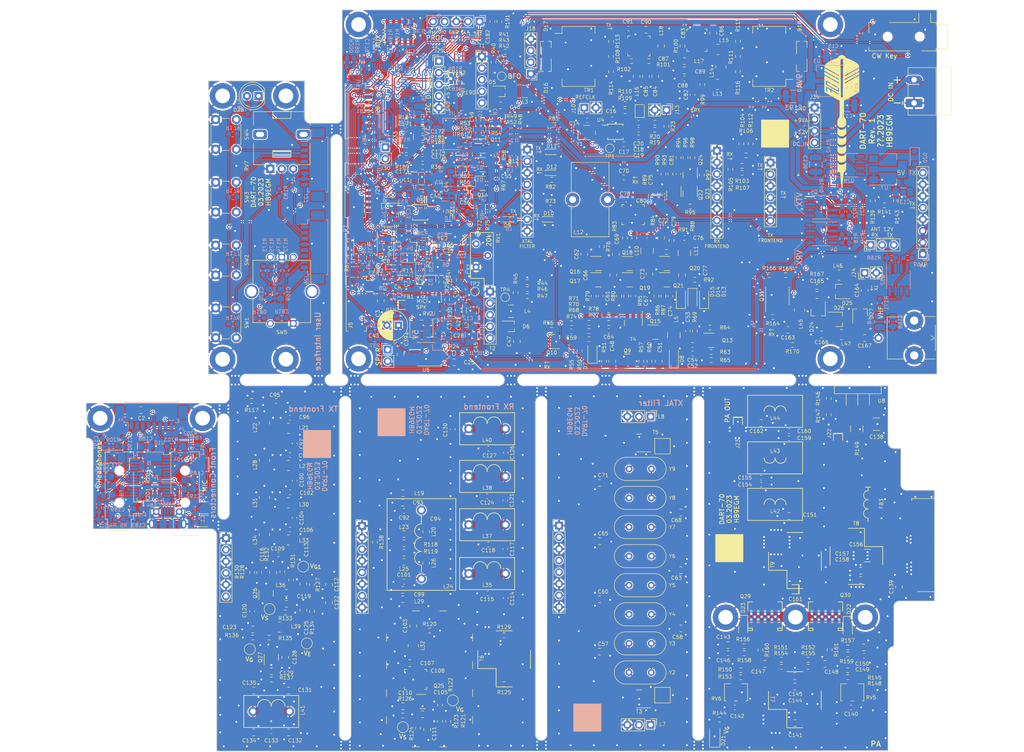
<source format=kicad_pcb>
(kicad_pcb (version 20221018) (generator pcbnew)

  (general
    (thickness 1.6)
  )

  (paper "A4")
  (title_block
    (title "DART-70 TRX")
    (date "2023-03-25")
    (rev "1")
    (company "HB9EGM")
  )

  (layers
    (0 "F.Cu" signal)
    (31 "B.Cu" signal)
    (32 "B.Adhes" user "B.Adhesive")
    (33 "F.Adhes" user "F.Adhesive")
    (34 "B.Paste" user)
    (35 "F.Paste" user)
    (36 "B.SilkS" user "B.Silkscreen")
    (37 "F.SilkS" user "F.Silkscreen")
    (38 "B.Mask" user)
    (39 "F.Mask" user)
    (40 "Dwgs.User" user "User.Drawings")
    (41 "Cmts.User" user "User.Comments")
    (42 "Eco1.User" user "User.Eco1")
    (43 "Eco2.User" user "User.Eco2")
    (44 "Edge.Cuts" user)
    (45 "Margin" user "Edge.Cuts.Setback")
    (46 "B.CrtYd" user "B.Courtyard")
    (47 "F.CrtYd" user "F.Courtyard")
    (48 "B.Fab" user)
    (49 "F.Fab" user)
    (50 "User.1" user "Milling")
    (51 "User.2" user)
    (52 "User.3" user)
    (53 "User.4" user)
    (54 "User.5" user)
    (55 "User.6" user)
    (56 "User.7" user)
    (57 "User.8" user)
    (58 "User.9" user)
  )

  (setup
    (stackup
      (layer "F.SilkS" (type "Top Silk Screen"))
      (layer "F.Paste" (type "Top Solder Paste"))
      (layer "F.Mask" (type "Top Solder Mask") (thickness 0.01))
      (layer "F.Cu" (type "copper") (thickness 0.035))
      (layer "dielectric 1" (type "core") (thickness 1.51) (material "FR4") (epsilon_r 4.5) (loss_tangent 0.02))
      (layer "B.Cu" (type "copper") (thickness 0.035))
      (layer "B.Mask" (type "Bottom Solder Mask") (thickness 0.01))
      (layer "B.Paste" (type "Bottom Solder Paste"))
      (layer "B.SilkS" (type "Bottom Silk Screen"))
      (copper_finish "None")
      (dielectric_constraints no)
    )
    (pad_to_mask_clearance 0)
    (pcbplotparams
      (layerselection 0x000d130_ffffffff)
      (plot_on_all_layers_selection 0x0000000_00000000)
      (disableapertmacros false)
      (usegerberextensions false)
      (usegerberattributes true)
      (usegerberadvancedattributes true)
      (creategerberjobfile true)
      (dashed_line_dash_ratio 12.000000)
      (dashed_line_gap_ratio 3.000000)
      (svgprecision 6)
      (plotframeref false)
      (viasonmask false)
      (mode 1)
      (useauxorigin false)
      (hpglpennumber 1)
      (hpglpenspeed 20)
      (hpglpendiameter 15.000000)
      (dxfpolygonmode true)
      (dxfimperialunits true)
      (dxfusepcbnewfont true)
      (psnegative false)
      (psa4output false)
      (plotreference true)
      (plotvalue true)
      (plotinvisibletext false)
      (sketchpadsonfab false)
      (subtractmaskfromsilk false)
      (outputformat 4)
      (mirror false)
      (drillshape 0)
      (scaleselection 1)
      (outputdirectory "out")
    )
  )

  (net 0 "")
  (net 1 "+12V")
  (net 2 "GND")
  (net 3 "Net-(C1-Pad1)")
  (net 4 "Net-(J4-Pin_7)")
  (net 5 "+9VA")
  (net 6 "/MIC")
  (net 7 "Net-(C6-Pad2)")
  (net 8 "+5VA")
  (net 9 "Net-(J4-Pin_5)")
  (net 10 "Net-(J5-Pin_3)")
  (net 11 "Net-(J5-Pin_2)")
  (net 12 "Net-(Q2-C)")
  (net 13 "Net-(D1-K)")
  (net 14 "Net-(D2-K)")
  (net 15 "/BFO")
  (net 16 "Net-(J10-In)")
  (net 17 "Net-(U4-XA)")
  (net 18 "Net-(U3-ADJ)")
  (net 19 "/Antenna Switch/TX")
  (net 20 "Net-(U4-CLK1)")
  (net 21 "Net-(C18-Pad2)")
  (net 22 "Net-(U4-CLK2)")
  (net 23 "Net-(U4-CLK0)")
  (net 24 "Net-(JP1-A)")
  (net 25 "Net-(Q6-B)")
  (net 26 "Net-(C22-Pad1)")
  (net 27 "Net-(U5-IN+)")
  (net 28 "Net-(U5-VCAIN)")
  (net 29 "Net-(U5-BUFOUT)")
  (net 30 "Net-(C21-Pad2)")
  (net 31 "Net-(C26-Pad1)")
  (net 32 "Net-(U6-VDD)")
  (net 33 "Net-(C26-Pad2)")
  (net 34 "Net-(C28-Pad1)")
  (net 35 "+VRX")
  (net 36 "Net-(U6-VIN)")
  (net 37 "Net-(Q6-C)")
  (net 38 "/Baseband/VAGC")
  (net 39 "Net-(D3-K)")
  (net 40 "Net-(Q7-C)")
  (net 41 "Net-(C29-Pad1)")
  (net 42 "Net-(D4-K)")
  (net 43 "Net-(C41-Pad2)")
  (net 44 "Net-(U5-AVG)")
  (net 45 "/Baseband/SPKR_OUT")
  (net 46 "Net-(Q7-B)")
  (net 47 "Net-(U6-BYPASS)")
  (net 48 "Net-(C40-Pad1)")
  (net 49 "Net-(U5-VOUT)")
  (net 50 "Net-(C46-Pad1)")
  (net 51 "Net-(C46-Pad2)")
  (net 52 "Net-(C47-Pad1)")
  (net 53 "Net-(C47-Pad2)")
  (net 54 "Net-(C48-Pad1)")
  (net 55 "Net-(J15-Pin_1)")
  (net 56 "Net-(T1-SC)")
  (net 57 "Net-(C49-Pad2)")
  (net 58 "Net-(C50-Pad1)")
  (net 59 "Net-(C42-Pad2)")
  (net 60 "Net-(T2-SC)")
  (net 61 "Net-(C53-Pad1)")
  (net 62 "Net-(D7-K)")
  (net 63 "Net-(Q11-B)")
  (net 64 "Net-(Q11-E)")
  (net 65 "Net-(D8-K)")
  (net 66 "Net-(Q13-E)")
  (net 67 "Net-(Q15-E)")
  (net 68 "Net-(C52-Pad2)")
  (net 69 "Net-(Q12-C)")
  (net 70 "Net-(C60-Pad2)")
  (net 71 "Net-(C56-Pad1)")
  (net 72 "Net-(C58-Pad2)")
  (net 73 "Net-(C63-Pad2)")
  (net 74 "Net-(Q14-E)")
  (net 75 "Net-(C59-Pad1)")
  (net 76 "Net-(C65-Pad2)")
  (net 77 "Net-(T3-PR2)")
  (net 78 "Net-(Q17-S)")
  (net 79 "Net-(Q16-B)")
  (net 80 "Net-(T4-PR2)")
  (net 81 "Net-(Q18-C)")
  (net 82 "Net-(Q17-G)")
  (net 83 "Net-(Q19-S)")
  (net 84 "Net-(Q18-B)")
  (net 85 "Net-(C72-Pad2)")
  (net 86 "Net-(D12-A)")
  (net 87 "Net-(Q22-E)")
  (net 88 "Net-(T5-PR2)")
  (net 89 "Net-(C68-Pad2)")
  (net 90 "Net-(C76-Pad2)")
  (net 91 "Net-(Q20-C)")
  (net 92 "Net-(Q19-G)")
  (net 93 "Net-(Q21-S)")
  (net 94 "Net-(C81-Pad1)")
  (net 95 "Net-(Q22-C)")
  (net 96 "Net-(Q21-G)")
  (net 97 "Net-(C82-Pad2)")
  (net 98 "Net-(Q20-B)")
  (net 99 "Net-(C77-Pad2)")
  (net 100 "Net-(Q24-E)")
  (net 101 "Net-(C87-Pad2)")
  (net 102 "Net-(C83-Pad1)")
  (net 103 "/70MHz VHF Frontend/VHF_RX")
  (net 104 "/70MHz VHF Frontend/TX_FROM_MIX")
  (net 105 "Net-(C84-Pad2)")
  (net 106 "Net-(C87-Pad1)")
  (net 107 "Net-(C88-Pad2)")
  (net 108 "Net-(C101-Pad2)")
  (net 109 "Net-(Q24-B)")
  (net 110 "Net-(C94-Pad1)")
  (net 111 "Net-(C95-Pad2)")
  (net 112 "Net-(C109-Pad2)")
  (net 113 "/70MHz VHF Frontend/+VTX_FE")
  (net 114 "Net-(TR2-RX-)")
  (net 115 "Net-(C103-Pad2)")
  (net 116 "Net-(C104-Pad1)")
  (net 117 "Net-(C114-Pad2)")
  (net 118 "Net-(J18-Pin_3)")
  (net 119 "Net-(Q25-G1)")
  (net 120 "Net-(Q25-G2)")
  (net 121 "Net-(Q25-S)")
  (net 122 "Net-(C121-Pad1)")
  (net 123 "Net-(C125-Pad2)")
  (net 124 "Net-(C126-Pad1)")
  (net 125 "Net-(C128-Pad1)")
  (net 126 "Net-(T6-AA)")
  (net 127 "Net-(T6-SB)")
  (net 128 "/70MHz VHF Frontend/RX_TO_MIX")
  (net 129 "/70MHz VHF Frontend/VHF_TX")
  (net 130 "Net-(C113-Pad2)")
  (net 131 "VGG1")
  (net 132 "Net-(Q26-G1)")
  (net 133 "Net-(Q26-S)")
  (net 134 "Net-(C117-Pad2)")
  (net 135 "Net-(Q26-D)")
  (net 136 "Net-(Q27-B)")
  (net 137 "Net-(Q27-C)")
  (net 138 "VGG2")
  (net 139 "+3V3")
  (net 140 "/PA 70MHz/VG_5V")
  (net 141 "Net-(Q27-E)")
  (net 142 "Net-(D20-A)")
  (net 143 "Net-(C159-Pad2)")
  (net 144 "/Control on separate board/ENC_B")
  (net 145 "/Control on separate board/ENC_A")
  (net 146 "/Control on separate board/3.3V_UI")
  (net 147 "Net-(J21-Pin_1)")
  (net 148 "Net-(C171-Pad1)")
  (net 149 "Net-(C172-Pad1)")
  (net 150 "Net-(C147-Pad1)")
  (net 151 "Net-(C148-Pad1)")
  (net 152 "Net-(T7-AB)")
  (net 153 "Net-(J21-Pin_5)")
  (net 154 "Net-(C154-Pad2)")
  (net 155 "Net-(T7-SB)")
  (net 156 "Net-(T7-SA)")
  (net 157 "Net-(T9-SB)")
  (net 158 "Net-(Q30-D)")
  (net 159 "Net-(Q29-D)")
  (net 160 "Net-(J23-In)")
  (net 161 "Net-(D24-K)")
  (net 162 "Net-(D25-A)")
  (net 163 "Net-(D24-A)")
  (net 164 "Net-(D26-K)")
  (net 165 "Net-(J26-Pin_7)")
  (net 166 "Net-(J26-Pin_6)")
  (net 167 "Net-(Q33-B)")
  (net 168 "Net-(U9-VDDA)")
  (net 169 "Net-(U10-VINL)")
  (net 170 "Net-(U10-VINR)")
  (net 171 "Net-(U10-VOUTL)")
  (net 172 "Net-(U10-VOUTR)")
  (net 173 "Net-(U10-VCOM)")
  (net 174 "Net-(T1-SA)")
  (net 175 "Net-(T1-SB)")
  (net 176 "Net-(T2-SA)")
  (net 177 "Net-(T2-SB)")
  (net 178 "Net-(D7-A)")
  (net 179 "/Control on separate board/STATUSn")
  (net 180 "Net-(D8-A)")
  (net 181 "Net-(D10-K)")
  (net 182 "Net-(D9-A)")
  (net 183 "Net-(D10-A)")
  (net 184 "Net-(C166-Pad1)")
  (net 185 "Net-(D11-K)")
  (net 186 "Net-(C168-Pad2)")
  (net 187 "Net-(D11-A)")
  (net 188 "Net-(D13-A)")
  (net 189 "/CW_RING")
  (net 190 "/CW_TIP")
  (net 191 "Net-(D14-A)")
  (net 192 "Net-(D15-A)")
  (net 193 "Net-(C174-Pad1)")
  (net 194 "/Baseband/SPKR_DET")
  (net 195 "Net-(TR1-RD+)")
  (net 196 "Net-(TR1-RD-)")
  (net 197 "Net-(TR1-TD-)")
  (net 198 "Net-(TR1-TD+)")
  (net 199 "Net-(TR2-RD+)")
  (net 200 "/Baseband/GPIO_XTAL")
  (net 201 "/EN_VRX")
  (net 202 "/EN_VTX")
  (net 203 "Net-(TR2-RD-)")
  (net 204 "/Baseband/CW_KEYn")
  (net 205 "/Baseband/CW_TONE")
  (net 206 "/MIC_PTT")
  (net 207 "/Baseband/SPKR_VOL")
  (net 208 "/MUTE_MICn")
  (net 209 "/SDA")
  (net 210 "/SCL")
  (net 211 "/S_METER")
  (net 212 "/Baseband/VHF_IN")
  (net 213 "/Baseband/VHF_OUT")
  (net 214 "/CLK1")
  (net 215 "Net-(TR2-TD-)")
  (net 216 "+VTX")
  (net 217 "Net-(TR2-TD+)")
  (net 218 "unconnected-(J2-PadNC)")
  (net 219 "unconnected-(J2-PadR1)")
  (net 220 "Net-(D20-K)")
  (net 221 "/Control on separate board/DISP_LAT")
  (net 222 "/Control on separate board/I2C2_SDA")
  (net 223 "/Control on separate board/I2C2_SCL")
  (net 224 "/Control on separate board/PC14")
  (net 225 "/Control on separate board/PC13")
  (net 226 "unconnected-(J2-PadTN)")
  (net 227 "/Control on separate board/USART1_TX")
  (net 228 "/Control on separate board/USART1_RX")
  (net 229 "/Control on separate board/PB15")
  (net 230 "/Control on separate board/SWCLK")
  (net 231 "/Control on separate board/SWDIO")
  (net 232 "/Control on separate board/RESETn")
  (net 233 "/LO1")
  (net 234 "Net-(L14-Pad1)")
  (net 235 "Net-(D21-A)")
  (net 236 "Net-(D22-A)")
  (net 237 "Net-(L21-Pad2)")
  (net 238 "Net-(L23-Pad2)")
  (net 239 "Net-(L25-Pad2)")
  (net 240 "Net-(D23-A)")
  (net 241 "unconnected-(D24-NC-Pad2)")
  (net 242 "unconnected-(J8-PadTN)")
  (net 243 "unconnected-(D25-NC-Pad2)")
  (net 244 "unconnected-(D26-NC-Pad2)")
  (net 245 "unconnected-(D27-NC-Pad2)")
  (net 246 "Net-(D28-K)")
  (net 247 "Net-(D28-A)")
  (net 248 "Net-(J6-Pin_2)")
  (net 249 "Net-(J22-Pin_2)")
  (net 250 "Net-(J4-Pin_6)")
  (net 251 "Net-(J4-Pin_3)")
  (net 252 "Net-(J4-Pin_2)")
  (net 253 "Net-(J5-Pin_4)")
  (net 254 "Net-(J15-Pin_2)")
  (net 255 "Net-(J17-Pin_2)")
  (net 256 "unconnected-(J17-Pin_4-Pad4)")
  (net 257 "unconnected-(J17-Pin_5-Pad5)")
  (net 258 "/70MHz VHF Frontend/+VRX_FE")
  (net 259 "Net-(J17-Pin_7)")
  (net 260 "Net-(J20-Pin_5)")
  (net 261 "Net-(J22-Pin_1)")
  (net 262 "Net-(J26-Pin_2)")
  (net 263 "Net-(J26-Pin_3)")
  (net 264 "Net-(J26-Pin_5)")
  (net 265 "Net-(L13-Pad1)")
  (net 266 "Net-(L18-Pad1)")
  (net 267 "Net-(L20-Pad2)")
  (net 268 "Net-(L30-Pad2)")
  (net 269 "Net-(L33-Pad2)")
  (net 270 "Net-(J27-Pin_2)")
  (net 271 "Net-(J27-Pin_3)")
  (net 272 "Net-(J27-Pin_4)")
  (net 273 "Net-(J27-Pin_5)")
  (net 274 "Net-(J33-VBUS)")
  (net 275 "Net-(J33-ID)")
  (net 276 "Net-(JP2-C)")
  (net 277 "Net-(Q1A-G)")
  (net 278 "/Control on separate board/BTN0")
  (net 279 "/Control on separate board/BTN1")
  (net 280 "/Control on separate board/BTN2")
  (net 281 "/Control on separate board/BTN3")
  (net 282 "Net-(Q1B-G)")
  (net 283 "/Control on separate board/ENC_BTN")
  (net 284 "/Control on separate board/XTAL1")
  (net 285 "/Control on separate board/XTAL2")
  (net 286 "/Control on separate board/PWM_CW")
  (net 287 "/Control on separate board/MUTE_SPKR")
  (net 288 "Net-(Q2-B)")
  (net 289 "/Control on separate board/BOOT0")
  (net 290 "/Control on separate board/BOOT1")
  (net 291 "Net-(Q3-B)")
  (net 292 "Net-(Q4B-G)")
  (net 293 "Net-(Q5B-G)")
  (net 294 "Net-(Q8-B)")
  (net 295 "Net-(Q9-B)")
  (net 296 "Net-(Q11-C)")
  (net 297 "Net-(Q12-E)")
  (net 298 "Net-(Q13-B)")
  (net 299 "Net-(Q13-C)")
  (net 300 "Net-(Q15-B)")
  (net 301 "/Antenna Switch/RX")
  (net 302 "Net-(Q16-E)")
  (net 303 "Net-(Q16-C)")
  (net 304 "Net-(L27-Pad2)")
  (net 305 "Net-(Q18-E)")
  (net 306 "Net-(Q20-E)")
  (net 307 "Net-(Q22-B)")
  (net 308 "Net-(Q23-B)")
  (net 309 "/Antenna Switch/ANT")
  (net 310 "/Antenna Switch/V_{PIN}")
  (net 311 "Net-(Q25-D)")
  (net 312 "Net-(Q26-G2)")
  (net 313 "/TX_to_PA")
  (net 314 "/Baseband/AGC_to_METER")
  (net 315 "Net-(Q28B-G)")
  (net 316 "/PA 70MHz/V_{DD}")
  (net 317 "Net-(Q29-G)")
  (net 318 "Net-(Q30-G)")
  (net 319 "Net-(Q31B-D-Pad5)")
  (net 320 "Net-(Q31A-D-Pad7)")
  (net 321 "Net-(Q32B-G)")
  (net 322 "Net-(Q32B-D-Pad5)")
  (net 323 "Net-(R40-Pad2)")
  (net 324 "Net-(R44-Pad1)")
  (net 325 "Net-(U5-GATE)")
  (net 326 "Net-(C148-Pad2)")
  (net 327 "Net-(U5-COMP)")
  (net 328 "Net-(U6-HPSense)")
  (net 329 "Net-(C147-Pad2)")
  (net 330 "Net-(T1-AB)")
  (net 331 "Net-(T2-AB)")
  (net 332 "Net-(R110-Pad1)")
  (net 333 "Net-(TR2-C_RD)")
  (net 334 "Net-(R121-Pad2)")
  (net 335 "/VOX_PTTn")
  (net 336 "Net-(TR1-TX-)")
  (net 337 "/EN_PA")
  (net 338 "Net-(TR2-TX-)")
  (net 339 "Net-(U8-ADJ)")
  (net 340 "Net-(R148-Pad1)")
  (net 341 "Net-(R153-Pad1)")
  (net 342 "Net-(R172-Pad1)")
  (net 343 "Net-(U9-PA11)")
  (net 344 "Net-(U9-PA12)")
  (net 345 "Net-(R173-Pad2)")
  (net 346 "Net-(R183-Pad2)")
  (net 347 "/USB Audio/AF_OUT_L")
  (net 348 "/USB Audio/AF_IN")
  (net 349 "Net-(U10-D+)")
  (net 350 "Net-(U10-D-)")
  (net 351 "/USB Audio/VCC")
  (net 352 "/USB Audio/VDD")
  (net 353 "unconnected-(T3-PM-Pad2)")
  (net 354 "/USB Audio/AF_OUT_R")
  (net 355 "unconnected-(T4-PM-Pad2)")
  (net 356 "/USB Audio/XTI")
  (net 357 "/USB Audio/XTO")
  (net 358 "unconnected-(T5-PM-Pad2)")
  (net 359 "/USB Audio/USB_DM")
  (net 360 "/USB Audio/USB_DP")
  (net 361 "unconnected-(TR1-C_RX-Pad10)")
  (net 362 "unconnected-(TR1-C_TX-Pad15)")
  (net 363 "unconnected-(TR2-C_RX-Pad10)")
  (net 364 "unconnected-(TR2-C_TX-Pad15)")
  (net 365 "Net-(U4-XB)")
  (net 366 "unconnected-(U9-VBAT-Pad1)")
  (net 367 "/Control on separate board/USB_DM")
  (net 368 "/Control on separate board/USB_DP")
  (net 369 "unconnected-(U10-HID0-Pad5)")
  (net 370 "unconnected-(U10-HID1-Pad6)")
  (net 371 "Net-(C100-Pad2)")
  (net 372 "Net-(C100-Pad1)")
  (net 373 "unconnected-(U10-HID2-Pad7)")
  (net 374 "unconnected-(U10-DIN-Pad24)")
  (net 375 "unconnected-(U10-DOUT-Pad25)")
  (net 376 "Net-(R108-Pad2)")
  (net 377 "Net-(R180-Pad1)")
  (net 378 "/DC_IN")
  (net 379 "unconnected-(U10-SSPNDn-Pad28)")

  (footprint "Capacitor_SMD:C_0603_1608Metric_Pad1.08x0.95mm_HandSolder" (layer "F.Cu") (at 97.536 47.498 180))

  (footprint "Resistor_SMD:R_0603_1608Metric_Pad0.98x0.95mm_HandSolder" (layer "F.Cu") (at 60.325 137.795 -90))

  (footprint "Crystal:Crystal_HC49-U_Vertical" (layer "F.Cu") (at 142.595 140.589))

  (footprint "Resistor_SMD:R_0603_1608Metric_Pad0.98x0.95mm_HandSolder" (layer "F.Cu") (at 190.343 159.156 180))

  (footprint "Resistor_SMD:R_0603_1608Metric_Pad0.98x0.95mm_HandSolder" (layer "F.Cu") (at 156.972 73.914))

  (footprint "Package_SO:MSOP-10_3x3mm_P0.5mm" (layer "F.Cu") (at 97.028 59.182))

  (footprint "mpb:four_4mm_pads_narrow" (layer "F.Cu") (at 178.913 165.76 90))

  (footprint "Potentiometer_SMD:Potentiometer_Bourns_3214W_Vertical" (layer "F.Cu") (at 90.424 59.69 -90))

  (footprint "Potentiometer_SMD:Potentiometer_Bourns_3214W_Vertical" (layer "F.Cu") (at 93.726 67.564 180))

  (footprint "Resistor_SMD:R_0603_1608Metric_Pad0.98x0.95mm_HandSolder" (layer "F.Cu") (at 73.406 146.304 90))

  (footprint "Capacitor_SMD:C_0603_1608Metric_Pad1.08x0.95mm_HandSolder" (layer "F.Cu") (at 111.76 142.367))

  (footprint "Resistor_SMD:R_0603_1608Metric_Pad0.98x0.95mm_HandSolder" (layer "F.Cu") (at 126.1345 40.132))

  (footprint "Capacitor_SMD:C_0603_1608Metric_Pad1.08x0.95mm_HandSolder" (layer "F.Cu") (at 109.728 39.116 90))

  (footprint "Resistor_SMD:R_0603_1608Metric_Pad0.98x0.95mm_HandSolder" (layer "F.Cu") (at 64.008 152.019 180))

  (footprint "Capacitor_SMD:C_0805_2012Metric_Pad1.18x1.45mm_HandSolder" (layer "F.Cu") (at 178.786 162.712 180))

  (footprint "Capacitor_SMD:C_0805_2012Metric_Pad1.18x1.45mm_HandSolder" (layer "F.Cu") (at 178.8075 160.426 180))

  (footprint "Diode_SMD:D_SOD-123F" (layer "F.Cu") (at 153.924 77.978 90))

  (footprint "Resistor_SMD:R_0603_1608Metric_Pad0.98x0.95mm_HandSolder" (layer "F.Cu") (at 115.57 27.173 180))

  (footprint "mpb:PLD-1.5W" (layer "F.Cu") (at 185.517 147.472 180))

  (footprint "Capacitor_SMD:C_0805_2012Metric_Pad1.18x1.45mm_HandSolder" (layer "F.Cu") (at 201.549 140.97 90))

  (footprint "Capacitor_SMD:C_0805_2012Metric_Pad1.18x1.45mm_HandSolder" (layer "F.Cu") (at 60.6845 172.72))

  (footprint "Inductor_SMD:L_1008_2520Metric_Pad1.43x2.20mm_HandSolder" (layer "F.Cu") (at 62.992 105.1825 90))

  (footprint "Package_TO_SOT_SMD:SOT-23" (layer "F.Cu") (at 125.73 87.376 180))

  (footprint "MountingHole:MountingHole_3.2mm_M3_DIN965_Pad" (layer "F.Cu") (at 53.87525 91.252 90))

  (footprint "Resistor_SMD:R_0603_1608Metric_Pad0.98x0.95mm_HandSolder" (layer "F.Cu") (at 113.7135 46.736 90))

  (footprint "TestPoint:TestPoint_Pad_3.0x3.0mm" (layer "F.Cu") (at 149.91 164.597))

  (footprint "Capacitor_SMD:C_0805_2012Metric_Pad1.18x1.45mm_HandSolder" (layer "F.Cu") (at 94.742 157.607 180))

  (footprint "Inductor_SMD:L_1008_2520Metric_Pad1.43x2.20mm_HandSolder" (layer "F.Cu") (at 162.013 23.622))

  (footprint "Connector_PinHeader_1.27mm:PinHeader_2x05_P1.27mm_Vertical_SMD" (layer "F.Cu") (at 92.456 19.558 90))

  (footprint "Capacitor_SMD:C_0805_2012Metric_Pad1.18x1.45mm_HandSolder" (layer "F.Cu") (at 177.546 125.476))

  (footprint "Capacitor_SMD:C_0603_1608Metric_Pad1.08x0.95mm_HandSolder" (layer "F.Cu") (at 107.8715 46.228 90))

  (footprint "Connector_Phoenix_MC_HighVoltage:PhoenixContact_MC_1,5_2-G-5.08_1x02_P5.08mm_Horizontal" (layer "F.Cu") (at 204.8395 35.306 90))

  (footprint "Inductor_SMD:L_1008_2520Metric_Pad1.43x2.20mm_HandSolder" (layer "F.Cu") (at 62.992 129.5665 90))

  (footprint "Connector_PinHeader_2.54mm:PinHeader_1x03_P2.54mm_Vertical" (layer "F.Cu") (at 195.341 66.294 90))

  (footprint "Capacitor_SMD:C_0805_2012Metric_Pad1.18x1.45mm_HandSolder" (layer "F.Cu") (at 149.098 91.694 -90))

  (footprint "Capacitor_SMD:C_0603_1608Metric_Pad1.08x0.95mm_HandSolder" (layer "F.Cu") (at 156.464 33.528 90))

  (footprint "Resistor_SMD:R_0603_1608Metric_Pad0.98x0.95mm_HandSolder" (layer "F.Cu") (at 106.8555 43.434))

  (footprint "Inductor_SMD:L_0805_2012Metric_Pad1.15x1.40mm_HandSolder" (layer "F.Cu") (at 93.472 129.413 180))

  (footprint "TestPoint:TestPoint_Pad_D2.0mm" (layer "F.Cu") (at 72.263 153.289 -90))

  (footprint "Resistor_SMD:R_0603_1608Metric_Pad0.98x0.95mm_HandSolder" (layer "F.Cu") (at 190.373 154.178))

  (footprint "Package_TO_SOT_SMD:SOT-323_SC-70_Handsoldering" (layer "F.Cu") (at 124.46 22.5845 90))

  (footprint "Resistor_SMD:R_0603_1608Metric_Pad0.98x0.95mm_HandSolder" (layer "F.Cu") (at 186.22 99.822 90))

  (footprint "Resistor_SMD:R_0603_1608Metric_Pad0.98x0.95mm_HandSolder" (layer "F.Cu") (at 141.732 64.77 -90))

  (footprint "Capacitor_SMD:C_0603_1608Metric_Pad1.08x0.95mm_HandSolder" (layer "F.Cu") (at 143.51 77.47 90))

  (footprint "Potentiometer_SMD:Potentiometer_Bourns_3214W_Vertical" (layer "F.Cu") (at 165.959 163.982 180))

  (footprint "Capacitor_SMD:C_0805_2012Metric_Pad1.18x1.45mm_HandSolder" (layer "F.Cu") (at 77.089 140.462 90))

  (footprint "Capacitor_SMD:C_0805_2012Metric_Pad1.18x1.45mm_HandSolder" (layer "F.Cu") (at 153.935 124.714 180))

  (footprint "Capacitor_SMD:C_0805_2012Metric_Pad1.18x1.45mm_HandSolder" (layer "F.Cu")
    (tstamp 17af8c6e-8a91-4da4-bc77-b6fe2ea158f2)
    (at 146.304 29.464 -90)
    (descr "Capacitor SMD 0805 (2012 Metric), square (rectangular) end terminal, IPC_7351 nominal with elongated pad for handsoldering. (Body size source: IPC-SM-782 page 76, https://www.pcb-3d.com/wordpress/wp-content/uploads/ipc-sm-782a_amendment_1_and_2.pdf, https://docs.google.com/spreadsheets/d/1BsfQQcO9C6DZCsRaXUlFlo91Tg2WpOkGARC1WS5S8t0/edit?usp=sharing), generated with kicad-footprint-generator")
    (tags "capacitor handsolder")
    (property "MPN" "")
    (property "Need_order" "0")
    (property "Sheetfile" "baseband.kicad_sch")
    (property "Sheetname" "Baseband")
    (property "ki_description" "Unpolarized capacitor")
    (property "ki_keywords" "cap capacitor")
    (path "/691ab6db-80d5-4c97-9e5f-aae234327d27/1553116c-e663-4098-ad25-fa58585a8d83")
    (attr smd)
    (fp_text reference "C85" (at 3.302 0 90 unlocked) (layer "F.SilkS")
        (effects (font (size 0.8 0.8) (thickness 0.1)))
      (tstamp f0edd48f-5fe7-435c-be18-939b95edb98a)
    )
    (fp_text value "DNF" (at 0 1.68 90) (layer "F.Fab")
        (effects (font (size 1 1) (thickness 0.15)))
      (tstamp a298657d-a4e1-4f91-80b5-1212f220737f)
    )
    (fp_text user "${REFERENCE}" (at 0 0 90) (layer "F.Fab")
        (effects (font (size 0.5 0.5) (thickness 0.08)))
      (tstamp 490a4722-28e3-4eb6-90d4-71dcc1b42f79)
    )
    (fp_line (start -0.261252 -0.735) (end 0.261252 -0.735)
      (stroke (width 0.12) (type solid)) (layer "F.SilkS") (tstamp d741dee3-bec1-4009-aa18-13329a247d3d))
    (fp_line (start -0.261252 0.735) (end 0.261252 0.735)
      (stroke (width 0.12) (type solid)) (layer "F.SilkS") (tstamp a22d9a9e-49af-4c73-9a82-8e420c7396c1))
    (fp_line (start -1.88 -0.98) (end 1.88 -0.98)
      (stroke (width 0.05) (type solid)) (layer "F.CrtYd") (tstamp 41595ab2-4ce8-4139-ac9d-370482fd624a))
    (fp_line (start -1.88 0.98) (end -1.88 -0.98)
      (stroke (width 0.05) (type solid)) (layer "F.CrtYd") (tstamp 127164e1-196a-41af-8e5b-ecbeab98c576))
    (fp_line (start 1.88 -0.98) (end 1.88 0.98)
      (stroke (width 0.05) (type solid)) (layer "F.CrtYd") (tstamp c422dadf-d7c9-4156-9d74-690e4cd0a1b6))
    (fp_line (start 1.88 0.98) (end -1.88 0.98)
      (stroke (width 0.05) (type solid)) (layer "F.CrtYd") (tstamp 81e79bcd-3077-4371-b447-da57092c86fb))
    (fp_line (start -1 -0.625) (end 1 -0.625)
      (stroke (width 0.1) (type solid)) (layer "F.Fab") (tstamp b49d31c6-933b-447e-b646-ec2c49d88c97))
    (fp_line (start -1 0.625) (end -1 -0.625)
      (stroke (width 0.1) (type solid)) (layer "F.Fab") (tstamp c339f8cd-78aa-44ce-b4a8-820e14fa0bba))
    (fp_line (start 1 -0.625) (end 1 0.625)
      (stroke (width 0.1) (type solid)) (layer "F.Fab") (tstamp 70a8f654-df35-44c9-8693-21d7cd985aab))
    (fp_line (start 1 0.625) (end -1 0.625)
      (stroke (width 0.1) (type solid)) (layer "F.Fab") (tstamp 83868b57-bc9f-4c16-a8c5-237ec0b6dfe3))
    (pad "1" smd roundrect (at -1.0375 0 270) (size 1.175 1.45) (layers "F.Cu" "F.Paste" "F.Mask") (roundrect_rratio 0.2127659574)
      (net 105 "Net-(C84-Pad2)") (pintype "passive") (tstamp c5a53c6c-eefe-4a4a-b809-0917eb17d866))
    (pad "2" smd roundrect (at 1.0375 0 270) (size 1.175 1.45) (layers "F.Cu" "F.Paste" "F.Mask") (roundrect_rratio 0.2127659574)
     
... [5754349 chars truncated]
</source>
